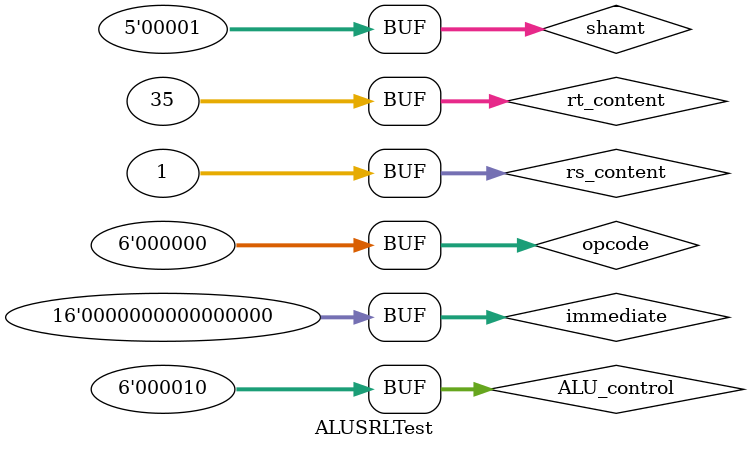
<source format=v>
`timescale 1ns / 1ps


module ALUSRLTest;

	// Inputs
	reg [5:0] opcode;
	reg [31:0] rs_content;
	reg [31:0] rt_content;
	reg [4:0] shamt;
	reg [5:0] ALU_control;
	reg [15:0] immediate;

	// Outputs
	wire [31:0] ALU_result;
	wire sig_branch;

	// Instantiate the Unit Under Test (UUT)
	ALU uut (
		.ALU_result(ALU_result), 
		.sig_branch(sig_branch), 
		.opcode(opcode), 
		.rs_content(rs_content), 
		.rt_content(rt_content), 
		.shamt(shamt), 
		.ALU_control(ALU_control), 
		.immediate(immediate)
	);

	initial begin
		// Initialize Inputs
		opcode = 0;
		rs_content = 0;
		rt_content = 0;
		shamt = 0;
		ALU_control = 0;
		immediate = 0;

		// Wait 100 ns for global reset to finish
		#100;
        
		opcode = 6'b000000;
        rs_content = 15;
        rt_content = 12;
        shamt = 1;
        ALU_control = 6'b000010;
        immediate = 0;
        #100;

        opcode = 6'b000000;
        rs_content = 23;
        rt_content = 22;
        shamt = 1;
        ALU_control = 6'b000010;
        immediate = 0;
        #100;

        opcode = 6'b000000;
        rs_content = 1;
        rt_content = 35;
        shamt = 1;
        ALU_control = 6'b000010;
        immediate = 0;
        #100;

	end
      
endmodule


</source>
